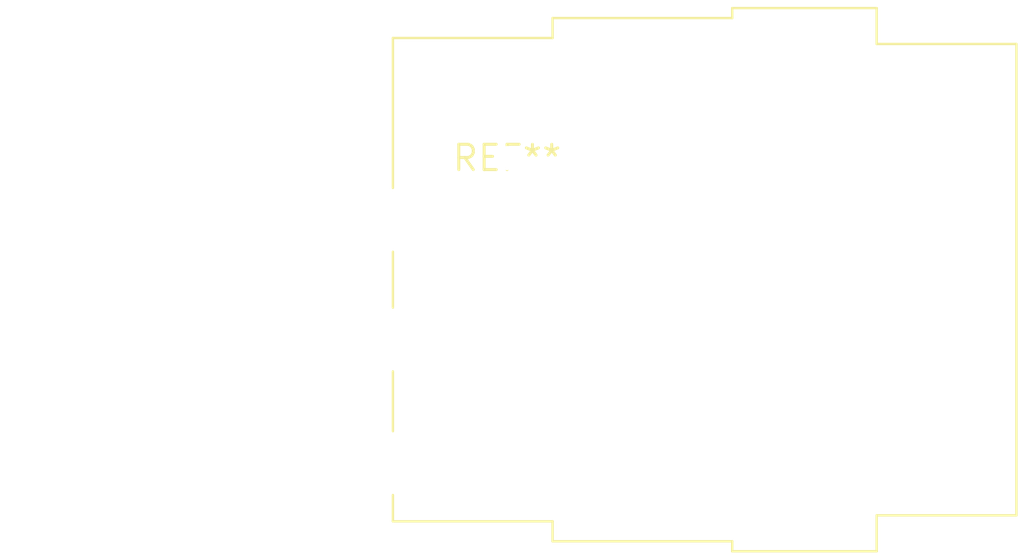
<source format=kicad_pcb>
(kicad_pcb (version 20240108) (generator pcbnew)
  (layers (0 "F.Cu" signal) (31 "B.Cu" signal) (34 "B.Paste" user) (35 "F.Paste" user) (36 "B.SilkS" user "B.Silkscreen") (37 "F.SilkS" user "F.Silkscreen") (38 "B.Mask" user) (39 "F.Mask" user) (44 "Edge.Cuts" user))
  (net 0 "")
  (footprint "Jack_XLR-6.35mm_Neutrik_NCJ10FI-H-0_Horizontal" (layer "F.Cu") (at 0 0)
    (property "Reference" "REF**")
    (property "Value" "Jack_XLR-6.35mm_Neutrik_NCJ10FI-H-0_Horizontal")
    (fp_line (start -5.72 -6.02) (end -5.72 1.5) (layer "F.SilkS") (stroke (width 0.12)))
    (fp_line (start -5.72 4.7) (end -5.72 7.5) (layer "F.SilkS") (stroke (width 0.12)))
    (fp_line (start -5.72 10.7) (end -5.72 13.7) (layer "F.SilkS") (stroke (width 0.12)))
    (fp_line (start -5.72 16.9) (end -5.72 18.22) (layer "F.SilkS") (stroke (width 0.12)))
    (fp_line (start 2.28 -7.02) (end 2.28 -6.02) (layer "F.SilkS") (stroke (width 0.12)))
    (fp_line (start 2.28 -6.02) (end -5.72 -6.02) (layer "F.SilkS") (stroke (width 0.12)))
    (fp_line (start 2.28 18.22) (end -5.72 18.22) (layer "F.SilkS") (stroke (width 0.12)))
    (fp_line (start 2.28 19.22) (end 2.28 18.22) (layer "F.SilkS") (stroke (width 0.12)))
    (fp_line (start 11.28 -7.02) (end 2.28 -7.02) (layer "F.SilkS") (stroke (width 0.12)))
    (fp_line (start 11.28 -7.02) (end 11.28 -7.52) (layer "F.SilkS") (stroke (width 0.12)))
    (fp_line (start 11.28 19.22) (end 2.28 19.22) (layer "F.SilkS") (stroke (width 0.12)))
    (fp_line (start 11.28 19.72) (end 11.28 19.22) (layer "F.SilkS") (stroke (width 0.12)))
    (fp_line (start 18.52 -7.52) (end 11.28 -7.52) (layer "F.SilkS") (stroke (width 0.12)))
    (fp_line (start 18.52 -7.52) (end 18.52 -5.72) (layer "F.SilkS") (stroke (width 0.12)))
    (fp_line (start 18.52 -5.72) (end 25.52 -5.72) (layer "F.SilkS") (stroke (width 0.12)))
    (fp_line (start 18.52 17.92) (end 18.52 19.72) (layer "F.SilkS") (stroke (width 0.12)))
    (fp_line (start 18.52 17.92) (end 25.52 17.92) (layer "F.SilkS") (stroke (width 0.12)))
    (fp_line (start 18.52 19.72) (end 11.28 19.72) (layer "F.SilkS") (stroke (width 0.12)))
    (fp_line (start 25.52 -5.72) (end 25.52 17.92) (layer "F.SilkS") (stroke (width 0.12)))
    (pad "" np_thru_hole circle (at 11.4 2.1) (size 2.1 2.1) (drill 2.1) (layers *.Cu *.Mask))
    (pad "1" thru_hole circle (at 0 0) (size 2.9 2.9) (drill 1.2) (layers *.Cu *.Mask) (remove_unused_layers))
    (pad "2" thru_hole circle (at 0 12.2) (size 2.9 2.9) (drill 1.2) (layers *.Cu *.Mask) (remove_unused_layers))
    (pad "3" thru_hole circle (at 0 6.1) (size 2.9 2.9) (drill 1.2) (layers *.Cu *.Mask) (remove_unused_layers))
    (pad "G" thru_hole circle (at 7.3 6.1) (size 2.9 2.9) (drill 1.2) (layers *.Cu *.Mask) (remove_unused_layers))
    (pad "GN" thru_hole circle (at 3.65 5) (size 2.9 2.9) (drill 1.2) (layers *.Cu *.Mask) (remove_unused_layers))
    (pad "R" thru_hole circle (at 3.9 0.9) (size 2.9 2.9) (drill 1.2) (layers *.Cu *.Mask) (remove_unused_layers))
    (pad "RN" thru_hole circle (at -6.6 3.1) (size 2.9 2.9) (drill 1.2) (layers *.Cu *.Mask) (remove_unused_layers))
    (pad "S" thru_hole circle (at 7.3 11.3) (size 2.9 2.9) (drill 1.2) (layers *.Cu *.Mask) (remove_unused_layers))
    (pad "SN" thru_hole circle (at 3.9 9.1) (size 2.9 2.9) (drill 1.2) (layers *.Cu *.Mask) (remove_unused_layers))
    (pad "T" thru_hole circle (at -6.6 15.3) (size 2.9 2.9) (drill 1.2) (layers *.Cu *.Mask) (remove_unused_layers))
    (pad "TN" thru_hole circle (at -6.6 9.1) (size 2.9 2.9) (drill 1.2) (layers *.Cu *.Mask) (remove_unused_layers))
  )
)
</source>
